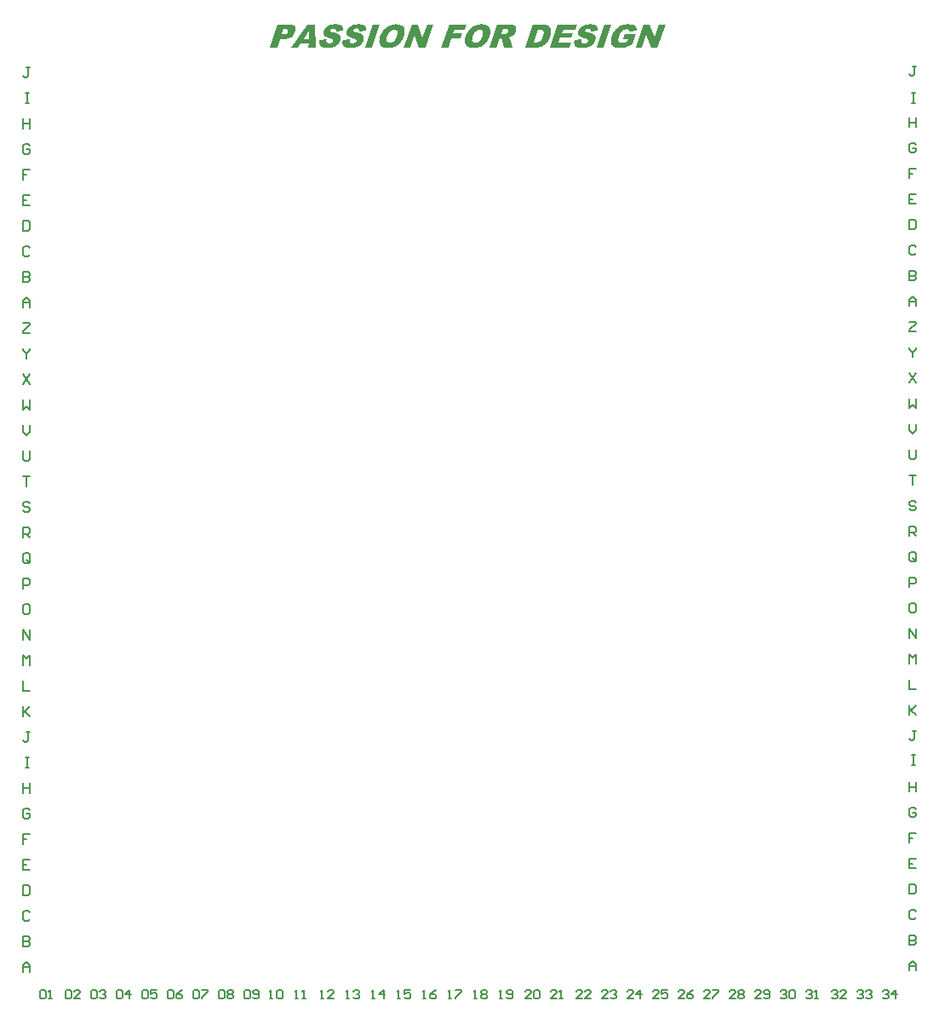
<source format=gto>
G04 Layer_Color=15132400*
%FSLAX25Y25*%
%MOIN*%
G70*
G01*
G75*
%ADD12C,0.00630*%
G36*
X551303Y773402D02*
X548515Y773402D01*
X551565Y782389D01*
X554353Y782389D01*
X551303Y773402D01*
X551303Y773402D02*
G37*
G36*
X587678Y780454D02*
X583594Y780454D01*
X583053Y778896D01*
X586546Y778896D01*
X585940Y777075D01*
X582446Y777075D01*
X581200Y773402D01*
X578412Y773402D01*
X581462Y782389D01*
X588334Y782389D01*
X587678Y780454D01*
X587678Y780454D02*
G37*
G36*
X519306Y782372D02*
X519421Y782372D01*
X519569Y782356D01*
X519880Y782307D01*
X520208Y782208D01*
X520553Y782077D01*
X520848Y781913D01*
X520979Y781798D01*
X521078Y781667D01*
X521094Y781634D01*
X521127Y781585D01*
X521143Y781536D01*
X521209Y781372D01*
X521274Y781142D01*
X521324Y780847D01*
X521324Y780503D01*
X521307Y780306D01*
X521274Y780093D01*
X521209Y779880D01*
X521143Y779634D01*
X521143Y779617D01*
X521127Y779568D01*
X521094Y779502D01*
X521061Y779404D01*
X521012Y779289D01*
X520946Y779158D01*
X520782Y778863D01*
X520569Y778518D01*
X520307Y778158D01*
X519979Y777813D01*
X519602Y777502D01*
X519585Y777502D01*
X519552Y777469D01*
X519487Y777436D01*
X519405Y777387D01*
X519306Y777321D01*
X519175Y777256D01*
X519028Y777190D01*
X518847Y777124D01*
X518667Y777059D01*
X518454Y776993D01*
X518224Y776928D01*
X517978Y776862D01*
X517716Y776813D01*
X517453Y776780D01*
X517158Y776764D01*
X516846Y776747D01*
X515321Y776747D01*
X514190Y773402D01*
X511402Y773402D01*
X514452Y782389D01*
X519208Y782389D01*
X519306Y782372D01*
X519306Y782372D02*
G37*
G36*
X529376Y773402D02*
X526457Y773402D01*
X526506Y774878D01*
X523374Y774878D01*
X522422Y773402D01*
X519585Y773402D01*
X525998Y782389D01*
X529048Y782389D01*
X529376Y773402D01*
X529376Y773402D02*
G37*
G36*
X618707Y782372D02*
X618838Y782372D01*
X619100Y782340D01*
X619396Y782307D01*
X619707Y782241D01*
X620002Y782159D01*
X620265Y782044D01*
X620298Y782028D01*
X620363Y781979D01*
X620478Y781913D01*
X620626Y781798D01*
X620773Y781667D01*
X620921Y781503D01*
X621068Y781306D01*
X621183Y781093D01*
X621200Y781060D01*
X621232Y780978D01*
X621265Y780864D01*
X621314Y780683D01*
X621364Y780470D01*
X621396Y780224D01*
X621413Y779945D01*
X621396Y779650D01*
X621396Y779634D01*
X621396Y779617D01*
X621396Y779568D01*
X621380Y779502D01*
X621364Y779338D01*
X621331Y779125D01*
X621282Y778863D01*
X621216Y778568D01*
X621134Y778256D01*
X621036Y777912D01*
X621036Y777895D01*
X621019Y777846D01*
X620986Y777780D01*
X620954Y777682D01*
X620904Y777551D01*
X620855Y777420D01*
X620708Y777092D01*
X620544Y776747D01*
X620363Y776370D01*
X620166Y776009D01*
X619937Y775681D01*
X619937Y775665D01*
X619904Y775648D01*
X619838Y775550D01*
X619707Y775402D01*
X619543Y775222D01*
X619346Y775009D01*
X619117Y774796D01*
X618854Y774566D01*
X618576Y774353D01*
X618543Y774336D01*
X618444Y774271D01*
X618297Y774172D01*
X618116Y774058D01*
X617887Y773943D01*
X617641Y773828D01*
X617378Y773713D01*
X617100Y773631D01*
X617083Y773631D01*
X617050Y773615D01*
X617001Y773615D01*
X616936Y773598D01*
X616739Y773566D01*
X616509Y773516D01*
X616230Y773467D01*
X615935Y773434D01*
X615640Y773418D01*
X615345Y773402D01*
X611228Y773402D01*
X614279Y782389D01*
X618608Y782389D01*
X618707Y782372D01*
X618707Y782372D02*
G37*
G36*
X605390Y782372D02*
X605669Y782356D01*
X605980Y782340D01*
X606292Y782290D01*
X606587Y782241D01*
X606850Y782159D01*
X606882Y782143D01*
X606948Y782110D01*
X607046Y782061D01*
X607178Y781979D01*
X607309Y781864D01*
X607456Y781716D01*
X607571Y781552D01*
X607670Y781339D01*
X607686Y781306D01*
X607702Y781241D01*
X607719Y781110D01*
X607735Y780929D01*
X607752Y780716D01*
X607719Y780470D01*
X607670Y780191D01*
X607588Y779880D01*
X607571Y779847D01*
X607538Y779748D01*
X607473Y779617D01*
X607391Y779437D01*
X607292Y779240D01*
X607145Y779027D01*
X606997Y778797D01*
X606817Y778584D01*
X606800Y778568D01*
X606735Y778502D01*
X606620Y778404D01*
X606489Y778272D01*
X606325Y778141D01*
X606112Y777994D01*
X605898Y777846D01*
X605652Y777715D01*
X605636Y777698D01*
X605570Y777682D01*
X605488Y777633D01*
X605357Y777584D01*
X605193Y777534D01*
X605013Y777469D01*
X604800Y777420D01*
X604554Y777354D01*
X604570Y777354D01*
X604619Y777321D01*
X604701Y777288D01*
X604800Y777256D01*
X604996Y777141D01*
X605095Y777092D01*
X605160Y777026D01*
X605177Y777010D01*
X605210Y776977D01*
X605242Y776928D01*
X605275Y776862D01*
X605324Y776780D01*
X605374Y776682D01*
X605439Y776550D01*
X605456Y776534D01*
X605472Y776485D01*
X605505Y776419D01*
X605538Y776354D01*
X605603Y776157D01*
X605652Y775993D01*
X606128Y773402D01*
X602979Y773402D01*
X602422Y776140D01*
X602422Y776157D01*
X602405Y776222D01*
X602372Y776321D01*
X602340Y776419D01*
X602258Y776649D01*
X602208Y776747D01*
X602143Y776829D01*
X602126Y776846D01*
X602094Y776862D01*
X602044Y776895D01*
X601979Y776944D01*
X601897Y776977D01*
X601798Y777010D01*
X601667Y777026D01*
X601536Y777042D01*
X601290Y777042D01*
X600060Y773402D01*
X597272Y773402D01*
X600322Y782389D01*
X605259Y782389D01*
X605390Y782372D01*
X605390Y782372D02*
G37*
G36*
X642011Y773402D02*
X639223Y773402D01*
X642274Y782389D01*
X645062Y782389D01*
X642011Y773402D01*
X642011Y773402D02*
G37*
G36*
X630810Y780470D02*
X626152Y780470D01*
X625660Y779043D01*
X629974Y779043D01*
X629350Y777206D01*
X625037Y777206D01*
X624447Y775435D01*
X629236Y775435D01*
X628547Y773402D01*
X620970Y773402D01*
X624020Y782389D01*
X631466Y782389D01*
X630810Y780470D01*
X630810Y780470D02*
G37*
G36*
X537314Y782520D02*
X537461Y782520D01*
X537609Y782504D01*
X537986Y782454D01*
X538380Y782372D01*
X538773Y782258D01*
X539150Y782094D01*
X539298Y781995D01*
X539446Y781880D01*
X539478Y781848D01*
X539544Y781766D01*
X539642Y781602D01*
X539757Y781388D01*
X539806Y781257D01*
X539839Y781110D01*
X539872Y780929D01*
X539888Y780749D01*
X539905Y780552D01*
X539888Y780339D01*
X539872Y780093D01*
X539823Y779847D01*
X537150Y779699D01*
X537150Y779732D01*
X537166Y779798D01*
X537166Y779912D01*
X537166Y780044D01*
X537150Y780175D01*
X537133Y780322D01*
X537084Y780470D01*
X537002Y780585D01*
X536986Y780601D01*
X536953Y780634D01*
X536904Y780667D01*
X536822Y780732D01*
X536707Y780782D01*
X536559Y780814D01*
X536395Y780847D01*
X536182Y780864D01*
X536100Y780864D01*
X536018Y780847D01*
X535903Y780831D01*
X535657Y780782D01*
X535526Y780716D01*
X535395Y780650D01*
X535378Y780634D01*
X535346Y780618D01*
X535296Y780568D01*
X535231Y780519D01*
X535083Y780355D01*
X535034Y780257D01*
X534985Y780158D01*
X534985Y780142D01*
X534968Y780126D01*
X534968Y780027D01*
X534985Y779896D01*
X535001Y779830D01*
X535050Y779765D01*
X535083Y779732D01*
X535132Y779699D01*
X535198Y779650D01*
X535313Y779601D01*
X535460Y779552D01*
X535641Y779486D01*
X535870Y779437D01*
X535887Y779437D01*
X535952Y779420D01*
X536034Y779404D01*
X536149Y779371D01*
X536280Y779338D01*
X536444Y779289D01*
X536789Y779191D01*
X537182Y779076D01*
X537560Y778928D01*
X537740Y778863D01*
X537920Y778781D01*
X538068Y778715D01*
X538199Y778633D01*
X538232Y778617D01*
X538298Y778568D01*
X538412Y778486D01*
X538544Y778371D01*
X538691Y778223D01*
X538822Y778059D01*
X538921Y777862D01*
X539003Y777649D01*
X539003Y777616D01*
X539019Y777551D01*
X539036Y777420D01*
X539052Y777256D01*
X539052Y777059D01*
X539036Y776846D01*
X539003Y776583D01*
X538921Y776321D01*
X538921Y776304D01*
X538904Y776288D01*
X538888Y776239D01*
X538872Y776173D01*
X538790Y776009D01*
X538691Y775796D01*
X538544Y775550D01*
X538363Y775271D01*
X538150Y774992D01*
X537904Y774714D01*
X537871Y774681D01*
X537773Y774599D01*
X537625Y774468D01*
X537412Y774304D01*
X537166Y774123D01*
X536871Y773943D01*
X536543Y773779D01*
X536182Y773615D01*
X536166Y773615D01*
X536133Y773598D01*
X536084Y773582D01*
X536002Y773566D01*
X535920Y773533D01*
X535805Y773500D01*
X535674Y773467D01*
X535526Y773434D01*
X535182Y773369D01*
X534804Y773303D01*
X534362Y773270D01*
X533886Y773254D01*
X533673Y773254D01*
X533525Y773270D01*
X533328Y773287D01*
X533132Y773303D01*
X532902Y773320D01*
X532672Y773369D01*
X532180Y773467D01*
X531934Y773533D01*
X531705Y773615D01*
X531492Y773713D01*
X531295Y773844D01*
X531131Y773976D01*
X531000Y774123D01*
X531000Y774140D01*
X530983Y774172D01*
X530950Y774222D01*
X530918Y774287D01*
X530885Y774369D01*
X530836Y774468D01*
X530803Y774599D01*
X530754Y774730D01*
X530688Y775058D01*
X530655Y775452D01*
X530672Y775665D01*
X530688Y775878D01*
X530721Y776124D01*
X530770Y776370D01*
X533476Y776550D01*
X533476Y776518D01*
X533460Y776436D01*
X533443Y776321D01*
X533427Y776190D01*
X533427Y776026D01*
X533427Y775862D01*
X533443Y775698D01*
X533492Y775566D01*
X533509Y775550D01*
X533542Y775484D01*
X533607Y775402D01*
X533722Y775304D01*
X533853Y775189D01*
X534034Y775107D01*
X534263Y775042D01*
X534526Y775025D01*
X534624Y775025D01*
X534739Y775042D01*
X534886Y775058D01*
X535034Y775091D01*
X535214Y775140D01*
X535378Y775206D01*
X535542Y775288D01*
X535559Y775304D01*
X535608Y775337D01*
X535690Y775402D01*
X535772Y775468D01*
X535870Y775566D01*
X535952Y775681D01*
X536034Y775812D01*
X536084Y775944D01*
X536084Y775960D01*
X536100Y776009D01*
X536116Y776075D01*
X536116Y776157D01*
X536116Y776255D01*
X536100Y776354D01*
X536067Y776468D01*
X536002Y776567D01*
X535985Y776583D01*
X535952Y776616D01*
X535887Y776665D01*
X535772Y776731D01*
X535608Y776813D01*
X535378Y776911D01*
X535247Y776960D01*
X535100Y776993D01*
X534936Y777042D01*
X534755Y777092D01*
X534739Y777092D01*
X534690Y777108D01*
X534591Y777141D01*
X534476Y777157D01*
X534345Y777206D01*
X534198Y777256D01*
X533837Y777370D01*
X533460Y777534D01*
X533099Y777715D01*
X532918Y777813D01*
X532771Y777928D01*
X532623Y778043D01*
X532508Y778174D01*
X532492Y778207D01*
X532426Y778289D01*
X532361Y778436D01*
X532279Y778650D01*
X532230Y778896D01*
X532197Y779191D01*
X532197Y779355D01*
X532230Y779519D01*
X532262Y779699D01*
X532312Y779896D01*
X532312Y779912D01*
X532328Y779929D01*
X532361Y780011D01*
X532426Y780158D01*
X532508Y780322D01*
X532623Y780519D01*
X532771Y780749D01*
X532951Y780978D01*
X533164Y781208D01*
X533197Y781241D01*
X533279Y781306D01*
X533410Y781421D01*
X533591Y781569D01*
X533804Y781716D01*
X534066Y781880D01*
X534362Y782028D01*
X534690Y782176D01*
X534706Y782176D01*
X534739Y782192D01*
X534788Y782208D01*
X534854Y782225D01*
X534952Y782258D01*
X535067Y782290D01*
X535182Y782323D01*
X535329Y782356D01*
X535493Y782389D01*
X535674Y782422D01*
X536067Y782487D01*
X536526Y782520D01*
X537035Y782536D01*
X537199Y782536D01*
X537314Y782520D01*
X537314Y782520D02*
G37*
G36*
X652114Y782520D02*
X652425Y782504D01*
X652786Y782471D01*
X653130Y782422D01*
X653458Y782356D01*
X653606Y782307D01*
X653737Y782258D01*
X653770Y782241D01*
X653852Y782208D01*
X653967Y782143D01*
X654098Y782061D01*
X654262Y781946D01*
X654410Y781798D01*
X654557Y781618D01*
X654688Y781421D01*
X654705Y781388D01*
X654738Y781323D01*
X654787Y781192D01*
X654836Y781028D01*
X654885Y780831D01*
X654918Y780585D01*
X654934Y780306D01*
X654934Y779994D01*
X652097Y779519D01*
X652097Y779535D01*
X652097Y779601D01*
X652081Y779699D01*
X652064Y779814D01*
X652032Y779929D01*
X651982Y780060D01*
X651900Y780175D01*
X651802Y780290D01*
X651786Y780306D01*
X651736Y780339D01*
X651671Y780372D01*
X651572Y780437D01*
X651441Y780486D01*
X651277Y780519D01*
X651097Y780552D01*
X650884Y780568D01*
X650802Y780568D01*
X650736Y780552D01*
X650556Y780536D01*
X650326Y780486D01*
X650064Y780421D01*
X649785Y780306D01*
X649490Y780142D01*
X649194Y779929D01*
X649162Y779896D01*
X649063Y779814D01*
X648932Y779650D01*
X648752Y779437D01*
X648571Y779158D01*
X648456Y778994D01*
X648358Y778814D01*
X648260Y778617D01*
X648161Y778404D01*
X648063Y778174D01*
X647964Y777928D01*
X647964Y777912D01*
X647948Y777862D01*
X647915Y777797D01*
X647899Y777698D01*
X647866Y777567D01*
X647833Y777436D01*
X647768Y777124D01*
X647702Y776780D01*
X647686Y776436D01*
X647718Y776108D01*
X647751Y775976D01*
X647800Y775845D01*
X647817Y775812D01*
X647866Y775747D01*
X647964Y775648D01*
X648096Y775534D01*
X648276Y775419D01*
X648506Y775320D01*
X648784Y775255D01*
X649129Y775222D01*
X649309Y775222D01*
X649424Y775238D01*
X649572Y775255D01*
X649719Y775271D01*
X650064Y775353D01*
X650080Y775353D01*
X650146Y775386D01*
X650244Y775419D01*
X650392Y775468D01*
X650556Y775517D01*
X650752Y775599D01*
X650966Y775698D01*
X651212Y775812D01*
X651490Y776665D01*
X649621Y776665D01*
X650260Y778535D01*
X654557Y778535D01*
X653245Y774697D01*
X653229Y774681D01*
X653180Y774664D01*
X653098Y774615D01*
X652999Y774566D01*
X652868Y774500D01*
X652704Y774418D01*
X652540Y774336D01*
X652360Y774238D01*
X651950Y774058D01*
X651523Y773861D01*
X651080Y773680D01*
X650670Y773549D01*
X650654Y773549D01*
X650621Y773533D01*
X650572Y773516D01*
X650490Y773500D01*
X650392Y773484D01*
X650277Y773451D01*
X650129Y773434D01*
X649982Y773402D01*
X649637Y773352D01*
X649244Y773303D01*
X648801Y773270D01*
X648325Y773254D01*
X648178Y773254D01*
X648063Y773270D01*
X647932Y773270D01*
X647768Y773287D01*
X647604Y773303D01*
X647423Y773320D01*
X647030Y773385D01*
X646620Y773484D01*
X646242Y773615D01*
X646062Y773697D01*
X645898Y773795D01*
X645882Y773795D01*
X645865Y773828D01*
X645767Y773894D01*
X645636Y774025D01*
X645472Y774205D01*
X645291Y774418D01*
X645127Y774697D01*
X644980Y775025D01*
X644881Y775402D01*
X644881Y775419D01*
X644881Y775452D01*
X644865Y775517D01*
X644865Y775599D01*
X644848Y775698D01*
X644848Y775812D01*
X644848Y775960D01*
X644848Y776124D01*
X644865Y776288D01*
X644881Y776485D01*
X644930Y776911D01*
X645029Y777387D01*
X645176Y777895D01*
X645176Y777912D01*
X645193Y777961D01*
X645226Y778043D01*
X645275Y778141D01*
X645324Y778272D01*
X645390Y778420D01*
X645455Y778584D01*
X645537Y778764D01*
X645750Y779158D01*
X645996Y779584D01*
X646292Y780011D01*
X646636Y780437D01*
X646652Y780454D01*
X646685Y780486D01*
X646734Y780536D01*
X646816Y780618D01*
X646915Y780716D01*
X647013Y780814D01*
X647144Y780929D01*
X647308Y781060D01*
X647653Y781323D01*
X648046Y781602D01*
X648506Y781864D01*
X648998Y782094D01*
X649014Y782094D01*
X649047Y782110D01*
X649112Y782143D01*
X649194Y782159D01*
X649293Y782192D01*
X649408Y782241D01*
X649555Y782274D01*
X649719Y782323D01*
X649900Y782356D01*
X650096Y782389D01*
X650310Y782438D01*
X650539Y782471D01*
X651048Y782520D01*
X651605Y782536D01*
X651966Y782536D01*
X652114Y782520D01*
X652114Y782520D02*
G37*
G36*
X637091Y782520D02*
X637239Y782520D01*
X637386Y782504D01*
X637764Y782454D01*
X638157Y782372D01*
X638551Y782258D01*
X638928Y782094D01*
X639076Y781995D01*
X639223Y781880D01*
X639256Y781848D01*
X639322Y781766D01*
X639420Y781602D01*
X639535Y781388D01*
X639584Y781257D01*
X639617Y781110D01*
X639650Y780929D01*
X639666Y780749D01*
X639682Y780552D01*
X639666Y780339D01*
X639650Y780093D01*
X639600Y779847D01*
X636927Y779699D01*
X636927Y779732D01*
X636944Y779798D01*
X636944Y779912D01*
X636944Y780044D01*
X636927Y780175D01*
X636911Y780322D01*
X636862Y780470D01*
X636780Y780585D01*
X636763Y780601D01*
X636730Y780634D01*
X636681Y780667D01*
X636599Y780732D01*
X636484Y780782D01*
X636337Y780814D01*
X636173Y780847D01*
X635960Y780864D01*
X635878Y780864D01*
X635796Y780847D01*
X635681Y780831D01*
X635435Y780782D01*
X635304Y780716D01*
X635172Y780650D01*
X635156Y780634D01*
X635123Y780618D01*
X635074Y780568D01*
X635008Y780519D01*
X634861Y780355D01*
X634812Y780257D01*
X634762Y780158D01*
X634762Y780142D01*
X634746Y780126D01*
X634746Y780027D01*
X634762Y779896D01*
X634779Y779830D01*
X634828Y779765D01*
X634861Y779732D01*
X634910Y779699D01*
X634976Y779650D01*
X635090Y779601D01*
X635238Y779552D01*
X635418Y779486D01*
X635648Y779437D01*
X635664Y779437D01*
X635730Y779420D01*
X635812Y779404D01*
X635927Y779371D01*
X636058Y779338D01*
X636222Y779289D01*
X636566Y779191D01*
X636960Y779076D01*
X637337Y778928D01*
X637518Y778863D01*
X637698Y778781D01*
X637846Y778715D01*
X637977Y778633D01*
X638010Y778617D01*
X638075Y778568D01*
X638190Y778486D01*
X638321Y778371D01*
X638469Y778223D01*
X638600Y778059D01*
X638698Y777862D01*
X638780Y777649D01*
X638780Y777616D01*
X638797Y777551D01*
X638813Y777420D01*
X638830Y777256D01*
X638830Y777059D01*
X638813Y776846D01*
X638780Y776583D01*
X638698Y776321D01*
X638698Y776304D01*
X638682Y776288D01*
X638666Y776239D01*
X638649Y776173D01*
X638567Y776009D01*
X638469Y775796D01*
X638321Y775550D01*
X638141Y775271D01*
X637928Y774992D01*
X637682Y774714D01*
X637649Y774681D01*
X637550Y774599D01*
X637403Y774468D01*
X637190Y774304D01*
X636944Y774123D01*
X636648Y773943D01*
X636320Y773779D01*
X635960Y773615D01*
X635943Y773615D01*
X635910Y773598D01*
X635861Y773582D01*
X635779Y773566D01*
X635697Y773533D01*
X635582Y773500D01*
X635451Y773467D01*
X635304Y773434D01*
X634959Y773369D01*
X634582Y773303D01*
X634139Y773270D01*
X633664Y773254D01*
X633450Y773254D01*
X633303Y773270D01*
X633106Y773287D01*
X632909Y773303D01*
X632680Y773320D01*
X632450Y773369D01*
X631958Y773467D01*
X631712Y773533D01*
X631482Y773615D01*
X631269Y773713D01*
X631072Y773844D01*
X630908Y773976D01*
X630777Y774123D01*
X630777Y774140D01*
X630761Y774172D01*
X630728Y774222D01*
X630695Y774287D01*
X630662Y774369D01*
X630613Y774468D01*
X630580Y774599D01*
X630531Y774730D01*
X630466Y775058D01*
X630433Y775452D01*
X630449Y775665D01*
X630466Y775878D01*
X630498Y776124D01*
X630548Y776370D01*
X633254Y776550D01*
X633254Y776518D01*
X633237Y776436D01*
X633221Y776321D01*
X633204Y776190D01*
X633204Y776026D01*
X633204Y775862D01*
X633221Y775698D01*
X633270Y775566D01*
X633286Y775550D01*
X633319Y775484D01*
X633385Y775402D01*
X633500Y775304D01*
X633631Y775189D01*
X633811Y775107D01*
X634041Y775042D01*
X634303Y775025D01*
X634402Y775025D01*
X634516Y775042D01*
X634664Y775058D01*
X634812Y775091D01*
X634992Y775140D01*
X635156Y775206D01*
X635320Y775288D01*
X635336Y775304D01*
X635386Y775337D01*
X635468Y775402D01*
X635550Y775468D01*
X635648Y775566D01*
X635730Y775681D01*
X635812Y775812D01*
X635861Y775944D01*
X635861Y775960D01*
X635878Y776009D01*
X635894Y776075D01*
X635894Y776157D01*
X635894Y776255D01*
X635878Y776354D01*
X635845Y776468D01*
X635779Y776567D01*
X635763Y776583D01*
X635730Y776616D01*
X635664Y776665D01*
X635550Y776731D01*
X635386Y776813D01*
X635156Y776911D01*
X635025Y776960D01*
X634877Y776993D01*
X634713Y777042D01*
X634533Y777092D01*
X634516Y777092D01*
X634467Y777108D01*
X634369Y777141D01*
X634254Y777157D01*
X634123Y777206D01*
X633975Y777256D01*
X633614Y777370D01*
X633237Y777534D01*
X632876Y777715D01*
X632696Y777813D01*
X632548Y777928D01*
X632401Y778043D01*
X632286Y778174D01*
X632270Y778207D01*
X632204Y778289D01*
X632138Y778436D01*
X632056Y778650D01*
X632007Y778896D01*
X631974Y779191D01*
X631974Y779355D01*
X632007Y779519D01*
X632040Y779699D01*
X632089Y779896D01*
X632089Y779912D01*
X632106Y779929D01*
X632138Y780011D01*
X632204Y780158D01*
X632286Y780322D01*
X632401Y780519D01*
X632548Y780749D01*
X632729Y780978D01*
X632942Y781208D01*
X632975Y781241D01*
X633057Y781306D01*
X633188Y781421D01*
X633368Y781569D01*
X633582Y781716D01*
X633844Y781880D01*
X634139Y782028D01*
X634467Y782176D01*
X634484Y782176D01*
X634516Y782192D01*
X634566Y782208D01*
X634631Y782225D01*
X634730Y782258D01*
X634844Y782290D01*
X634959Y782323D01*
X635107Y782356D01*
X635271Y782389D01*
X635451Y782422D01*
X635845Y782487D01*
X636304Y782520D01*
X636812Y782536D01*
X636976Y782536D01*
X637091Y782520D01*
X637091Y782520D02*
G37*
G36*
X546383Y782520D02*
X546530Y782520D01*
X546678Y782504D01*
X547055Y782454D01*
X547449Y782372D01*
X547842Y782258D01*
X548220Y782094D01*
X548367Y781995D01*
X548515Y781880D01*
X548548Y781848D01*
X548613Y781766D01*
X548712Y781602D01*
X548826Y781388D01*
X548876Y781257D01*
X548908Y781110D01*
X548941Y780929D01*
X548958Y780749D01*
X548974Y780552D01*
X548958Y780339D01*
X548941Y780093D01*
X548892Y779847D01*
X546219Y779699D01*
X546219Y779732D01*
X546235Y779798D01*
X546235Y779912D01*
X546235Y780044D01*
X546219Y780175D01*
X546202Y780322D01*
X546153Y780470D01*
X546071Y780585D01*
X546055Y780601D01*
X546022Y780634D01*
X545973Y780667D01*
X545891Y780732D01*
X545776Y780782D01*
X545628Y780814D01*
X545464Y780847D01*
X545251Y780864D01*
X545169Y780864D01*
X545087Y780847D01*
X544972Y780831D01*
X544726Y780782D01*
X544595Y780716D01*
X544464Y780650D01*
X544448Y780634D01*
X544415Y780618D01*
X544366Y780568D01*
X544300Y780519D01*
X544152Y780355D01*
X544103Y780257D01*
X544054Y780158D01*
X544054Y780142D01*
X544038Y780126D01*
X544038Y780027D01*
X544054Y779896D01*
X544070Y779830D01*
X544120Y779765D01*
X544152Y779732D01*
X544202Y779699D01*
X544267Y779650D01*
X544382Y779601D01*
X544530Y779552D01*
X544710Y779486D01*
X544940Y779437D01*
X544956Y779437D01*
X545022Y779420D01*
X545104Y779404D01*
X545218Y779371D01*
X545350Y779338D01*
X545514Y779289D01*
X545858Y779191D01*
X546252Y779076D01*
X546629Y778928D01*
X546809Y778863D01*
X546990Y778781D01*
X547137Y778715D01*
X547268Y778633D01*
X547301Y778617D01*
X547367Y778568D01*
X547482Y778486D01*
X547613Y778371D01*
X547760Y778223D01*
X547892Y778059D01*
X547990Y777862D01*
X548072Y777649D01*
X548072Y777616D01*
X548088Y777551D01*
X548105Y777420D01*
X548121Y777256D01*
X548121Y777059D01*
X548105Y776846D01*
X548072Y776583D01*
X547990Y776321D01*
X547990Y776304D01*
X547974Y776288D01*
X547957Y776239D01*
X547941Y776173D01*
X547859Y776009D01*
X547760Y775796D01*
X547613Y775550D01*
X547432Y775271D01*
X547219Y774992D01*
X546973Y774714D01*
X546940Y774681D01*
X546842Y774599D01*
X546694Y774468D01*
X546481Y774304D01*
X546235Y774123D01*
X545940Y773943D01*
X545612Y773779D01*
X545251Y773615D01*
X545235Y773615D01*
X545202Y773598D01*
X545153Y773582D01*
X545071Y773566D01*
X544989Y773533D01*
X544874Y773500D01*
X544743Y773467D01*
X544595Y773434D01*
X544251Y773369D01*
X543874Y773303D01*
X543431Y773270D01*
X542955Y773254D01*
X542742Y773254D01*
X542594Y773270D01*
X542398Y773287D01*
X542201Y773303D01*
X541971Y773320D01*
X541742Y773369D01*
X541250Y773467D01*
X541004Y773533D01*
X540774Y773615D01*
X540561Y773713D01*
X540364Y773844D01*
X540200Y773976D01*
X540069Y774123D01*
X540069Y774140D01*
X540052Y774172D01*
X540020Y774222D01*
X539987Y774287D01*
X539954Y774369D01*
X539905Y774468D01*
X539872Y774599D01*
X539823Y774730D01*
X539757Y775058D01*
X539724Y775452D01*
X539741Y775665D01*
X539757Y775878D01*
X539790Y776124D01*
X539839Y776370D01*
X542545Y776550D01*
X542545Y776518D01*
X542529Y776436D01*
X542512Y776321D01*
X542496Y776190D01*
X542496Y776026D01*
X542496Y775862D01*
X542512Y775698D01*
X542562Y775566D01*
X542578Y775550D01*
X542611Y775484D01*
X542676Y775402D01*
X542791Y775304D01*
X542922Y775189D01*
X543103Y775107D01*
X543332Y775042D01*
X543595Y775025D01*
X543693Y775025D01*
X543808Y775042D01*
X543956Y775058D01*
X544103Y775091D01*
X544284Y775140D01*
X544448Y775206D01*
X544612Y775288D01*
X544628Y775304D01*
X544677Y775337D01*
X544759Y775402D01*
X544841Y775468D01*
X544940Y775566D01*
X545022Y775681D01*
X545104Y775812D01*
X545153Y775944D01*
X545153Y775960D01*
X545169Y776009D01*
X545186Y776075D01*
X545186Y776157D01*
X545186Y776255D01*
X545169Y776354D01*
X545136Y776468D01*
X545071Y776567D01*
X545054Y776583D01*
X545022Y776616D01*
X544956Y776665D01*
X544841Y776731D01*
X544677Y776813D01*
X544448Y776911D01*
X544316Y776960D01*
X544169Y776993D01*
X544005Y777042D01*
X543824Y777092D01*
X543808Y777092D01*
X543759Y777108D01*
X543660Y777141D01*
X543546Y777157D01*
X543414Y777206D01*
X543267Y777256D01*
X542906Y777370D01*
X542529Y777534D01*
X542168Y777715D01*
X541988Y777813D01*
X541840Y777928D01*
X541692Y778043D01*
X541578Y778174D01*
X541561Y778207D01*
X541496Y778289D01*
X541430Y778436D01*
X541348Y778650D01*
X541299Y778896D01*
X541266Y779191D01*
X541266Y779355D01*
X541299Y779519D01*
X541332Y779699D01*
X541381Y779896D01*
X541381Y779912D01*
X541397Y779929D01*
X541430Y780011D01*
X541496Y780158D01*
X541578Y780322D01*
X541692Y780519D01*
X541840Y780749D01*
X542020Y780978D01*
X542234Y781208D01*
X542266Y781241D01*
X542348Y781306D01*
X542480Y781421D01*
X542660Y781569D01*
X542873Y781716D01*
X543136Y781880D01*
X543431Y782028D01*
X543759Y782176D01*
X543775Y782176D01*
X543808Y782192D01*
X543857Y782208D01*
X543923Y782225D01*
X544021Y782258D01*
X544136Y782290D01*
X544251Y782323D01*
X544398Y782356D01*
X544562Y782389D01*
X544743Y782422D01*
X545136Y782487D01*
X545596Y782520D01*
X546104Y782536D01*
X546268Y782536D01*
X546383Y782520D01*
X546383Y782520D02*
G37*
G36*
X663085Y773402D02*
X660461Y773402D01*
X658756Y778354D01*
X657083Y773402D01*
X654475Y773402D01*
X657526Y782389D01*
X660117Y782389D01*
X661822Y777403D01*
X663512Y782389D01*
X666136Y782389D01*
X663085Y773402D01*
X663085Y773402D02*
G37*
G36*
X572377Y773402D02*
X569753Y773402D01*
X568047Y778354D01*
X566374Y773402D01*
X563767Y773402D01*
X566817Y782389D01*
X569408Y782389D01*
X571114Y777403D01*
X572803Y782389D01*
X575427Y782389D01*
X572377Y773402D01*
X572377Y773402D02*
G37*
G36*
X561044Y782520D02*
X561225Y782504D01*
X561438Y782471D01*
X561668Y782438D01*
X561914Y782389D01*
X562160Y782323D01*
X562422Y782241D01*
X562668Y782143D01*
X562914Y782028D01*
X563160Y781880D01*
X563373Y781716D01*
X563570Y781536D01*
X563734Y781323D01*
X563750Y781306D01*
X563767Y781274D01*
X563800Y781192D01*
X563849Y781110D01*
X563898Y780978D01*
X563947Y780831D01*
X563996Y780650D01*
X564046Y780454D01*
X564078Y780224D01*
X564111Y779978D01*
X564111Y779699D01*
X564095Y779404D01*
X564062Y779076D01*
X564013Y778732D01*
X563914Y778354D01*
X563800Y777961D01*
X563800Y777944D01*
X563783Y777895D01*
X563750Y777813D01*
X563701Y777698D01*
X563652Y777567D01*
X563586Y777403D01*
X563504Y777239D01*
X563422Y777042D01*
X563226Y776632D01*
X562980Y776206D01*
X562701Y775780D01*
X562389Y775370D01*
X562373Y775353D01*
X562356Y775320D01*
X562307Y775271D01*
X562242Y775206D01*
X562160Y775124D01*
X562045Y775025D01*
X561799Y774796D01*
X561504Y774550D01*
X561159Y774287D01*
X560749Y774041D01*
X560323Y773812D01*
X560306Y773812D01*
X560274Y773795D01*
X560208Y773762D01*
X560110Y773730D01*
X559995Y773680D01*
X559864Y773631D01*
X559716Y773582D01*
X559536Y773533D01*
X559355Y773484D01*
X559142Y773434D01*
X558683Y773336D01*
X558174Y773270D01*
X557633Y773254D01*
X557387Y773254D01*
X557256Y773270D01*
X557108Y773287D01*
X556780Y773320D01*
X556403Y773369D01*
X556010Y773451D01*
X555632Y773566D01*
X555288Y773730D01*
X555272Y773730D01*
X555255Y773746D01*
X555157Y773828D01*
X555009Y773943D01*
X554845Y774107D01*
X554648Y774304D01*
X554468Y774582D01*
X554320Y774894D01*
X554189Y775255D01*
X554189Y775271D01*
X554173Y775304D01*
X554173Y775370D01*
X554156Y775452D01*
X554140Y775550D01*
X554140Y775665D01*
X554124Y775812D01*
X554124Y775976D01*
X554124Y776157D01*
X554140Y776354D01*
X554156Y776567D01*
X554189Y776813D01*
X554288Y777321D01*
X554370Y777584D01*
X554452Y777879D01*
X554468Y777912D01*
X554484Y777977D01*
X554534Y778092D01*
X554599Y778240D01*
X554681Y778420D01*
X554780Y778633D01*
X554894Y778879D01*
X555042Y779125D01*
X555190Y779404D01*
X555370Y779683D01*
X555567Y779962D01*
X555780Y780257D01*
X556010Y780536D01*
X556272Y780814D01*
X556551Y781060D01*
X556846Y781306D01*
X556862Y781323D01*
X556928Y781356D01*
X557010Y781421D01*
X557141Y781503D01*
X557289Y781585D01*
X557486Y781700D01*
X557699Y781815D01*
X557945Y781930D01*
X558207Y782044D01*
X558502Y782143D01*
X558814Y782258D01*
X559158Y782340D01*
X559519Y782422D01*
X559896Y782487D01*
X560274Y782520D01*
X560684Y782536D01*
X560897Y782536D01*
X561044Y782520D01*
X561044Y782520D02*
G37*
G36*
X594533Y782520D02*
X594714Y782504D01*
X594927Y782471D01*
X595156Y782438D01*
X595402Y782389D01*
X595648Y782323D01*
X595911Y782241D01*
X596157Y782143D01*
X596403Y782028D01*
X596649Y781880D01*
X596862Y781716D01*
X597059Y781536D01*
X597223Y781323D01*
X597239Y781306D01*
X597256Y781274D01*
X597288Y781192D01*
X597338Y781110D01*
X597387Y780978D01*
X597436Y780831D01*
X597485Y780650D01*
X597534Y780454D01*
X597567Y780224D01*
X597600Y779978D01*
X597600Y779699D01*
X597584Y779404D01*
X597551Y779076D01*
X597502Y778732D01*
X597403Y778354D01*
X597288Y777961D01*
X597288Y777944D01*
X597272Y777895D01*
X597239Y777813D01*
X597190Y777698D01*
X597141Y777567D01*
X597075Y777403D01*
X596993Y777239D01*
X596911Y777042D01*
X596714Y776632D01*
X596468Y776206D01*
X596190Y775780D01*
X595878Y775370D01*
X595862Y775353D01*
X595845Y775320D01*
X595796Y775271D01*
X595730Y775206D01*
X595648Y775124D01*
X595534Y775025D01*
X595288Y774796D01*
X594992Y774550D01*
X594648Y774287D01*
X594238Y774041D01*
X593812Y773812D01*
X593795Y773812D01*
X593762Y773795D01*
X593697Y773762D01*
X593598Y773730D01*
X593484Y773680D01*
X593352Y773631D01*
X593205Y773582D01*
X593024Y773533D01*
X592844Y773484D01*
X592631Y773434D01*
X592172Y773336D01*
X591663Y773270D01*
X591122Y773254D01*
X590876Y773254D01*
X590745Y773270D01*
X590597Y773287D01*
X590269Y773320D01*
X589892Y773369D01*
X589498Y773451D01*
X589121Y773566D01*
X588777Y773730D01*
X588760Y773730D01*
X588744Y773746D01*
X588646Y773828D01*
X588498Y773943D01*
X588334Y774107D01*
X588137Y774304D01*
X587957Y774582D01*
X587809Y774894D01*
X587678Y775255D01*
X587678Y775271D01*
X587662Y775304D01*
X587662Y775370D01*
X587645Y775452D01*
X587629Y775550D01*
X587629Y775665D01*
X587612Y775812D01*
X587612Y775976D01*
X587612Y776157D01*
X587629Y776354D01*
X587645Y776567D01*
X587678Y776813D01*
X587776Y777321D01*
X587858Y777584D01*
X587940Y777879D01*
X587957Y777912D01*
X587973Y777977D01*
X588022Y778092D01*
X588088Y778240D01*
X588170Y778420D01*
X588268Y778633D01*
X588383Y778879D01*
X588531Y779125D01*
X588678Y779404D01*
X588859Y779683D01*
X589056Y779962D01*
X589269Y780257D01*
X589498Y780536D01*
X589761Y780814D01*
X590040Y781060D01*
X590335Y781306D01*
X590351Y781323D01*
X590417Y781356D01*
X590499Y781421D01*
X590630Y781503D01*
X590778Y781585D01*
X590974Y781700D01*
X591188Y781815D01*
X591434Y781930D01*
X591696Y782044D01*
X591991Y782143D01*
X592303Y782258D01*
X592647Y782340D01*
X593008Y782422D01*
X593385Y782487D01*
X593762Y782520D01*
X594172Y782536D01*
X594386Y782536D01*
X594533Y782520D01*
X594533Y782520D02*
G37*
%LPC*%
G36*
X526703Y780044D02*
X524620Y776829D01*
X526588Y776829D01*
X526703Y780044D01*
X526703Y780044D02*
G37*
G36*
X517404Y780568D02*
X516617Y780568D01*
X515944Y778568D01*
X516748Y778568D01*
X516896Y778584D01*
X517076Y778600D01*
X517273Y778633D01*
X517470Y778682D01*
X517666Y778748D01*
X517830Y778830D01*
X517847Y778846D01*
X517896Y778879D01*
X517978Y778945D01*
X518060Y779027D01*
X518158Y779125D01*
X518257Y779256D01*
X518339Y779388D01*
X518404Y779552D01*
X518404Y779568D01*
X518421Y779617D01*
X518437Y779699D01*
X518454Y779798D01*
X518454Y779912D01*
X518454Y780044D01*
X518421Y780158D01*
X518372Y780273D01*
X518355Y780290D01*
X518339Y780322D01*
X518273Y780372D01*
X518191Y780421D01*
X518060Y780470D01*
X517896Y780519D01*
X517666Y780552D01*
X517404Y780568D01*
X517404Y780568D02*
G37*
G36*
X603717Y780568D02*
X602487Y780568D01*
X601864Y778748D01*
X603143Y778748D01*
X603225Y778764D01*
X603324Y778781D01*
X603455Y778797D01*
X603635Y778830D01*
X603832Y778863D01*
X603848Y778863D01*
X603881Y778879D01*
X603947Y778896D01*
X604012Y778912D01*
X604193Y778994D01*
X604275Y779060D01*
X604373Y779142D01*
X604390Y779158D01*
X604406Y779191D01*
X604455Y779224D01*
X604504Y779289D01*
X604619Y779453D01*
X604718Y779666D01*
X604718Y779683D01*
X604734Y779732D01*
X604750Y779814D01*
X604767Y779912D01*
X604767Y780011D01*
X604767Y780126D01*
X604734Y780224D01*
X604668Y780322D01*
X604652Y780339D01*
X604619Y780355D01*
X604570Y780404D01*
X604472Y780454D01*
X604357Y780486D01*
X604193Y780536D01*
X603980Y780552D01*
X603717Y780568D01*
X603717Y780568D02*
G37*
G36*
X559962Y780437D02*
X559880Y780437D01*
X559814Y780421D01*
X559667Y780404D01*
X559454Y780355D01*
X559208Y780290D01*
X558945Y780175D01*
X558683Y780027D01*
X558404Y779830D01*
X558371Y779798D01*
X558289Y779716D01*
X558158Y779568D01*
X557994Y779371D01*
X557896Y779240D01*
X557814Y779092D01*
X557715Y778928D01*
X557617Y778764D01*
X557502Y778568D01*
X557404Y778354D01*
X557322Y778125D01*
X557223Y777879D01*
X557223Y777862D01*
X557207Y777813D01*
X557190Y777748D01*
X557158Y777666D01*
X557125Y777551D01*
X557092Y777420D01*
X557026Y777124D01*
X556994Y776813D01*
X556961Y776485D01*
X556994Y776173D01*
X557026Y776042D01*
X557076Y775927D01*
X557092Y775894D01*
X557141Y775829D01*
X557223Y775747D01*
X557338Y775632D01*
X557502Y775517D01*
X557699Y775435D01*
X557961Y775370D01*
X558256Y775337D01*
X558338Y775337D01*
X558404Y775353D01*
X558584Y775370D01*
X558798Y775402D01*
X559044Y775484D01*
X559306Y775583D01*
X559585Y775714D01*
X559847Y775911D01*
X559880Y775944D01*
X559962Y776026D01*
X560028Y776091D01*
X560093Y776173D01*
X560175Y776272D01*
X560257Y776386D01*
X560339Y776518D01*
X560438Y776665D01*
X560536Y776846D01*
X560651Y777026D01*
X560749Y777239D01*
X560848Y777469D01*
X560946Y777715D01*
X561044Y777994D01*
X561044Y778010D01*
X561061Y778043D01*
X561077Y778108D01*
X561110Y778207D01*
X561126Y778305D01*
X561159Y778420D01*
X561225Y778699D01*
X561258Y778994D01*
X561274Y779306D01*
X561241Y779601D01*
X561208Y779732D01*
X561159Y779847D01*
X561143Y779880D01*
X561094Y779945D01*
X561012Y780027D01*
X560897Y780142D01*
X560733Y780257D01*
X560520Y780339D01*
X560274Y780404D01*
X559962Y780437D01*
X559962Y780437D02*
G37*
G36*
X593451Y780437D02*
X593369Y780437D01*
X593303Y780421D01*
X593156Y780404D01*
X592942Y780355D01*
X592696Y780290D01*
X592434Y780175D01*
X592172Y780027D01*
X591893Y779830D01*
X591860Y779798D01*
X591778Y779716D01*
X591647Y779568D01*
X591483Y779371D01*
X591384Y779240D01*
X591302Y779092D01*
X591204Y778928D01*
X591106Y778764D01*
X590991Y778568D01*
X590892Y778354D01*
X590810Y778125D01*
X590712Y777879D01*
X590712Y777862D01*
X590696Y777813D01*
X590679Y777748D01*
X590646Y777666D01*
X590614Y777551D01*
X590581Y777420D01*
X590515Y777124D01*
X590482Y776813D01*
X590450Y776485D01*
X590482Y776173D01*
X590515Y776042D01*
X590564Y775927D01*
X590581Y775894D01*
X590630Y775829D01*
X590712Y775747D01*
X590827Y775632D01*
X590991Y775517D01*
X591188Y775435D01*
X591450Y775370D01*
X591745Y775337D01*
X591827Y775337D01*
X591893Y775353D01*
X592073Y775370D01*
X592286Y775402D01*
X592532Y775484D01*
X592795Y775583D01*
X593074Y775714D01*
X593336Y775911D01*
X593369Y775944D01*
X593451Y776026D01*
X593516Y776091D01*
X593582Y776173D01*
X593664Y776272D01*
X593746Y776386D01*
X593828Y776518D01*
X593926Y776665D01*
X594025Y776846D01*
X594140Y777026D01*
X594238Y777239D01*
X594336Y777469D01*
X594435Y777715D01*
X594533Y777994D01*
X594533Y778010D01*
X594550Y778043D01*
X594566Y778108D01*
X594599Y778207D01*
X594615Y778305D01*
X594648Y778420D01*
X594714Y778699D01*
X594746Y778994D01*
X594763Y779306D01*
X594730Y779601D01*
X594697Y779732D01*
X594648Y779847D01*
X594632Y779880D01*
X594582Y779945D01*
X594500Y780027D01*
X594386Y780142D01*
X594222Y780257D01*
X594008Y780339D01*
X593762Y780404D01*
X593451Y780437D01*
X593451Y780437D02*
G37*
G36*
X617247Y780355D02*
X616362Y780355D01*
X614689Y775452D01*
X615525Y775452D01*
X615673Y775468D01*
X615870Y775468D01*
X616083Y775501D01*
X616296Y775534D01*
X616493Y775566D01*
X616673Y775632D01*
X616690Y775648D01*
X616755Y775665D01*
X616837Y775714D01*
X616936Y775796D01*
X617067Y775878D01*
X617214Y775993D01*
X617346Y776140D01*
X617493Y776304D01*
X617510Y776321D01*
X617559Y776403D01*
X617624Y776518D01*
X617723Y776682D01*
X617838Y776895D01*
X617969Y777174D01*
X618100Y777485D01*
X618231Y777862D01*
X618231Y777879D01*
X618248Y777928D01*
X618280Y777994D01*
X618297Y778092D01*
X618330Y778207D01*
X618379Y778338D01*
X618444Y778650D01*
X618494Y778961D01*
X618526Y779289D01*
X618510Y779584D01*
X618477Y779699D01*
X618428Y779814D01*
X618412Y779830D01*
X618362Y779896D01*
X618280Y779978D01*
X618149Y780093D01*
X617969Y780191D01*
X617723Y780273D01*
X617575Y780306D01*
X617428Y780339D01*
X617247Y780355D01*
X617247Y780355D02*
G37*
%LPD*%
D12*
X421201Y404116D02*
X421784Y404700D01*
X422950Y404700D01*
X423533Y404116D01*
X423533Y401784D01*
X422950Y401201D01*
X421784Y401201D01*
X421201Y401784D01*
X421201Y404116D01*
X424700Y401201D02*
X425866Y401201D01*
X425283Y401201D01*
X425283Y404700D01*
X424700Y404116D01*
X431201Y404116D02*
X431784Y404700D01*
X432950Y404700D01*
X433533Y404116D01*
X433533Y401784D01*
X432950Y401201D01*
X431784Y401201D01*
X431201Y401784D01*
X431201Y404116D01*
X437032Y401201D02*
X434700Y401201D01*
X437032Y403533D01*
X437032Y404116D01*
X436449Y404700D01*
X435283Y404700D01*
X434700Y404116D01*
X441201Y404116D02*
X441784Y404700D01*
X442950Y404700D01*
X443533Y404116D01*
X443533Y401784D01*
X442950Y401201D01*
X441784Y401201D01*
X441201Y401784D01*
X441201Y404116D01*
X444700Y404116D02*
X445283Y404700D01*
X446449Y404700D01*
X447032Y404116D01*
X447032Y403533D01*
X446449Y402950D01*
X445866Y402950D01*
X446449Y402950D01*
X447032Y402367D01*
X447032Y401784D01*
X446449Y401201D01*
X445283Y401201D01*
X444700Y401784D01*
X451201Y404116D02*
X451784Y404700D01*
X452950Y404700D01*
X453533Y404116D01*
X453533Y401784D01*
X452950Y401201D01*
X451784Y401201D01*
X451201Y401784D01*
X451201Y404116D01*
X456449Y401201D02*
X456449Y404700D01*
X454700Y402950D01*
X457032Y402950D01*
X461201Y404116D02*
X461784Y404700D01*
X462950Y404700D01*
X463533Y404116D01*
X463533Y401784D01*
X462950Y401201D01*
X461784Y401201D01*
X461201Y401784D01*
X461201Y404116D01*
X467032Y404700D02*
X464700Y404700D01*
X464700Y402950D01*
X465866Y403533D01*
X466449Y403533D01*
X467032Y402950D01*
X467032Y401784D01*
X466449Y401201D01*
X465283Y401201D01*
X464700Y401784D01*
X471201Y404116D02*
X471784Y404700D01*
X472950Y404700D01*
X473533Y404116D01*
X473533Y401784D01*
X472950Y401201D01*
X471784Y401201D01*
X471201Y401784D01*
X471201Y404116D01*
X477032Y404700D02*
X475866Y404116D01*
X474700Y402950D01*
X474700Y401784D01*
X475283Y401201D01*
X476449Y401201D01*
X477032Y401784D01*
X477032Y402367D01*
X476449Y402950D01*
X474700Y402950D01*
X481201Y404116D02*
X481784Y404700D01*
X482950Y404700D01*
X483533Y404116D01*
X483533Y401784D01*
X482950Y401201D01*
X481784Y401201D01*
X481201Y401784D01*
X481201Y404116D01*
X484700Y404700D02*
X487032Y404700D01*
X487032Y404116D01*
X484700Y401784D01*
X484700Y401201D01*
X491201Y404116D02*
X491784Y404700D01*
X492950Y404700D01*
X493533Y404116D01*
X493533Y401784D01*
X492950Y401201D01*
X491784Y401201D01*
X491201Y401784D01*
X491201Y404116D01*
X494700Y404116D02*
X495283Y404700D01*
X496449Y404700D01*
X497032Y404116D01*
X497032Y403533D01*
X496449Y402950D01*
X497032Y402367D01*
X497032Y401784D01*
X496449Y401201D01*
X495283Y401201D01*
X494700Y401784D01*
X494700Y402367D01*
X495283Y402950D01*
X494700Y403533D01*
X494700Y404116D01*
X495283Y402950D02*
X496449Y402950D01*
X501201Y404116D02*
X501784Y404700D01*
X502950Y404700D01*
X503533Y404116D01*
X503533Y401784D01*
X502950Y401201D01*
X501784Y401201D01*
X501201Y401784D01*
X501201Y404116D01*
X504700Y401784D02*
X505283Y401201D01*
X506449Y401201D01*
X507032Y401784D01*
X507032Y404116D01*
X506449Y404700D01*
X505283Y404700D01*
X504700Y404116D01*
X504700Y403533D01*
X505283Y402950D01*
X507032Y402950D01*
X511201Y401201D02*
X512367Y401201D01*
X511784Y401201D01*
X511784Y404700D01*
X511201Y404116D01*
X514116Y404116D02*
X514700Y404700D01*
X515866Y404700D01*
X516449Y404116D01*
X516449Y401784D01*
X515866Y401201D01*
X514700Y401201D01*
X514116Y401784D01*
X514116Y404116D01*
X521201Y401201D02*
X522367Y401201D01*
X521784Y401201D01*
X521784Y404700D01*
X521201Y404116D01*
X524117Y401201D02*
X525283Y401201D01*
X524700Y401201D01*
X524700Y404700D01*
X524117Y404116D01*
X531201Y401201D02*
X532367Y401201D01*
X531784Y401201D01*
X531784Y404700D01*
X531201Y404116D01*
X536449Y401201D02*
X534117Y401201D01*
X536449Y403533D01*
X536449Y404116D01*
X535866Y404700D01*
X534700Y404700D01*
X534117Y404116D01*
X541201Y401201D02*
X542367Y401201D01*
X541784Y401201D01*
X541784Y404700D01*
X541201Y404116D01*
X544116Y404116D02*
X544700Y404700D01*
X545866Y404700D01*
X546449Y404116D01*
X546449Y403533D01*
X545866Y402950D01*
X545283Y402950D01*
X545866Y402950D01*
X546449Y402367D01*
X546449Y401784D01*
X545866Y401201D01*
X544700Y401201D01*
X544116Y401784D01*
X551201Y401201D02*
X552367Y401201D01*
X551784Y401201D01*
X551784Y404700D01*
X551201Y404116D01*
X555866Y401201D02*
X555866Y404700D01*
X554116Y402950D01*
X556449Y402950D01*
X561201Y401201D02*
X562367Y401201D01*
X561784Y401201D01*
X561784Y404700D01*
X561201Y404116D01*
X566449Y404700D02*
X564116Y404700D01*
X564116Y402950D01*
X565283Y403533D01*
X565866Y403533D01*
X566449Y402950D01*
X566449Y401784D01*
X565866Y401201D01*
X564700Y401201D01*
X564116Y401784D01*
X571201Y401201D02*
X572367Y401201D01*
X571784Y401201D01*
X571784Y404700D01*
X571201Y404116D01*
X576449Y404700D02*
X575283Y404116D01*
X574117Y402950D01*
X574117Y401784D01*
X574700Y401201D01*
X575866Y401201D01*
X576449Y401784D01*
X576449Y402367D01*
X575866Y402950D01*
X574117Y402950D01*
X581201Y401201D02*
X582367Y401201D01*
X581784Y401201D01*
X581784Y404700D01*
X581201Y404116D01*
X584117Y404700D02*
X586449Y404700D01*
X586449Y404116D01*
X584117Y401784D01*
X584117Y401201D01*
X591201Y401201D02*
X592367Y401201D01*
X591784Y401201D01*
X591784Y404700D01*
X591201Y404116D01*
X594116Y404116D02*
X594700Y404700D01*
X595866Y404700D01*
X596449Y404116D01*
X596449Y403533D01*
X595866Y402950D01*
X596449Y402367D01*
X596449Y401784D01*
X595866Y401201D01*
X594700Y401201D01*
X594116Y401784D01*
X594116Y402367D01*
X594700Y402950D01*
X594116Y403533D01*
X594116Y404116D01*
X594700Y402950D02*
X595866Y402950D01*
X601201Y401201D02*
X602367Y401201D01*
X601784Y401201D01*
X601784Y404700D01*
X601201Y404116D01*
X604116Y401784D02*
X604700Y401201D01*
X605866Y401201D01*
X606449Y401784D01*
X606449Y404116D01*
X605866Y404700D01*
X604700Y404700D01*
X604116Y404116D01*
X604116Y403533D01*
X604700Y402950D01*
X606449Y402950D01*
X613533Y401201D02*
X611201Y401201D01*
X613533Y403533D01*
X613533Y404116D01*
X612950Y404700D01*
X611784Y404700D01*
X611201Y404116D01*
X614700Y404116D02*
X615283Y404700D01*
X616449Y404700D01*
X617032Y404116D01*
X617032Y401784D01*
X616449Y401201D01*
X615283Y401201D01*
X614700Y401784D01*
X614700Y404116D01*
X623533Y401201D02*
X621201Y401201D01*
X623533Y403533D01*
X623533Y404116D01*
X622950Y404700D01*
X621784Y404700D01*
X621201Y404116D01*
X624700Y401201D02*
X625866Y401201D01*
X625283Y401201D01*
X625283Y404700D01*
X624700Y404116D01*
X633533Y401201D02*
X631201Y401201D01*
X633533Y403533D01*
X633533Y404116D01*
X632950Y404700D01*
X631784Y404700D01*
X631201Y404116D01*
X637032Y401201D02*
X634700Y401201D01*
X637032Y403533D01*
X637032Y404116D01*
X636449Y404700D01*
X635283Y404700D01*
X634700Y404116D01*
X643533Y401201D02*
X641201Y401201D01*
X643533Y403533D01*
X643533Y404116D01*
X642950Y404700D01*
X641784Y404700D01*
X641201Y404116D01*
X644700Y404116D02*
X645283Y404700D01*
X646449Y404700D01*
X647032Y404116D01*
X647032Y403533D01*
X646449Y402950D01*
X645866Y402950D01*
X646449Y402950D01*
X647032Y402367D01*
X647032Y401784D01*
X646449Y401201D01*
X645283Y401201D01*
X644700Y401784D01*
X653533Y401201D02*
X651201Y401201D01*
X653533Y403533D01*
X653533Y404116D01*
X652950Y404700D01*
X651784Y404700D01*
X651201Y404116D01*
X656449Y401201D02*
X656449Y404700D01*
X654700Y402950D01*
X657032Y402950D01*
X663533Y401201D02*
X661201Y401201D01*
X663533Y403533D01*
X663533Y404116D01*
X662950Y404700D01*
X661784Y404700D01*
X661201Y404116D01*
X667032Y404700D02*
X664700Y404700D01*
X664700Y402950D01*
X665866Y403533D01*
X666449Y403533D01*
X667032Y402950D01*
X667032Y401784D01*
X666449Y401201D01*
X665283Y401201D01*
X664700Y401784D01*
X673533Y401201D02*
X671201Y401201D01*
X673533Y403533D01*
X673533Y404116D01*
X672950Y404700D01*
X671784Y404700D01*
X671201Y404116D01*
X677032Y404700D02*
X675866Y404116D01*
X674700Y402950D01*
X674700Y401784D01*
X675283Y401201D01*
X676449Y401201D01*
X677032Y401784D01*
X677032Y402367D01*
X676449Y402950D01*
X674700Y402950D01*
X683533Y401201D02*
X681201Y401201D01*
X683533Y403533D01*
X683533Y404116D01*
X682950Y404700D01*
X681784Y404700D01*
X681201Y404116D01*
X684700Y404700D02*
X687032Y404700D01*
X687032Y404116D01*
X684700Y401784D01*
X684700Y401201D01*
X693533Y401201D02*
X691201Y401201D01*
X693533Y403533D01*
X693533Y404116D01*
X692950Y404700D01*
X691784Y404700D01*
X691201Y404116D01*
X694700Y404116D02*
X695283Y404700D01*
X696449Y404700D01*
X697032Y404116D01*
X697032Y403533D01*
X696449Y402950D01*
X697032Y402367D01*
X697032Y401784D01*
X696449Y401201D01*
X695283Y401201D01*
X694700Y401784D01*
X694700Y402367D01*
X695283Y402950D01*
X694700Y403533D01*
X694700Y404116D01*
X695283Y402950D02*
X696449Y402950D01*
X703533Y401201D02*
X701201Y401201D01*
X703533Y403533D01*
X703533Y404116D01*
X702950Y404700D01*
X701784Y404700D01*
X701201Y404116D01*
X704700Y401784D02*
X705283Y401201D01*
X706449Y401201D01*
X707032Y401784D01*
X707032Y404116D01*
X706449Y404700D01*
X705283Y404700D01*
X704700Y404116D01*
X704700Y403533D01*
X705283Y402950D01*
X707032Y402950D01*
X711201Y404116D02*
X711784Y404700D01*
X712950Y404700D01*
X713533Y404116D01*
X713533Y403533D01*
X712950Y402950D01*
X712367Y402950D01*
X712950Y402950D01*
X713533Y402367D01*
X713533Y401784D01*
X712950Y401201D01*
X711784Y401201D01*
X711201Y401784D01*
X714700Y404116D02*
X715283Y404700D01*
X716449Y404700D01*
X717032Y404116D01*
X717032Y401784D01*
X716449Y401201D01*
X715283Y401201D01*
X714700Y401784D01*
X714700Y404116D01*
X721201Y404116D02*
X721784Y404700D01*
X722950Y404700D01*
X723533Y404116D01*
X723533Y403533D01*
X722950Y402950D01*
X722367Y402950D01*
X722950Y402950D01*
X723533Y402367D01*
X723533Y401784D01*
X722950Y401201D01*
X721784Y401201D01*
X721201Y401784D01*
X724700Y401201D02*
X725866Y401201D01*
X725283Y401201D01*
X725283Y404700D01*
X724700Y404116D01*
X731201Y404116D02*
X731784Y404700D01*
X732950Y404700D01*
X733533Y404116D01*
X733533Y403533D01*
X732950Y402950D01*
X732367Y402950D01*
X732950Y402950D01*
X733533Y402367D01*
X733533Y401784D01*
X732950Y401201D01*
X731784Y401201D01*
X731201Y401784D01*
X737032Y401201D02*
X734700Y401201D01*
X737032Y403533D01*
X737032Y404116D01*
X736449Y404700D01*
X735283Y404700D01*
X734700Y404116D01*
X741201Y404116D02*
X741784Y404700D01*
X742950Y404700D01*
X743533Y404116D01*
X743533Y403533D01*
X742950Y402950D01*
X742367Y402950D01*
X742950Y402950D01*
X743533Y402367D01*
X743533Y401784D01*
X742950Y401201D01*
X741784Y401201D01*
X741201Y401784D01*
X744700Y404116D02*
X745283Y404700D01*
X746449Y404700D01*
X747032Y404116D01*
X747032Y403533D01*
X746449Y402950D01*
X745866Y402950D01*
X746449Y402950D01*
X747032Y402367D01*
X747032Y401784D01*
X746449Y401201D01*
X745283Y401201D01*
X744700Y401784D01*
X751201Y404116D02*
X751784Y404700D01*
X752950Y404700D01*
X753533Y404116D01*
X753533Y403533D01*
X752950Y402950D01*
X752367Y402950D01*
X752950Y402950D01*
X753533Y402367D01*
X753533Y401784D01*
X752950Y401201D01*
X751784Y401201D01*
X751201Y401784D01*
X756449Y401201D02*
X756449Y404700D01*
X754700Y402950D01*
X757032Y402950D01*
X414701Y411701D02*
X414701Y414325D01*
X416013Y415636D01*
X417325Y414325D01*
X417325Y411701D01*
X417325Y413669D01*
X414701Y413669D01*
X414701Y425636D02*
X414701Y421701D01*
X416669Y421701D01*
X417325Y422357D01*
X417325Y423013D01*
X416669Y423669D01*
X414701Y423669D01*
X416669Y423669D01*
X417325Y424325D01*
X417325Y424980D01*
X416669Y425636D01*
X414701Y425636D01*
X417325Y434980D02*
X416669Y435637D01*
X415357Y435637D01*
X414701Y434980D01*
X414701Y432357D01*
X415357Y431701D01*
X416669Y431701D01*
X417325Y432357D01*
X414701Y445637D02*
X414701Y441701D01*
X416669Y441701D01*
X417325Y442357D01*
X417325Y444980D01*
X416669Y445637D01*
X414701Y445637D01*
X417325Y455637D02*
X414701Y455637D01*
X414701Y451701D01*
X417325Y451701D01*
X414701Y453669D02*
X416013Y453669D01*
X417325Y465636D02*
X414701Y465636D01*
X414701Y463669D01*
X416013Y463669D01*
X414701Y463669D01*
X414701Y461701D01*
X417325Y474980D02*
X416669Y475636D01*
X415357Y475636D01*
X414701Y474980D01*
X414701Y472357D01*
X415357Y471701D01*
X416669Y471701D01*
X417325Y472357D01*
X417325Y473669D01*
X416013Y473669D01*
X414701Y485637D02*
X414701Y481701D01*
X414701Y483669D01*
X417325Y483669D01*
X417325Y485637D01*
X417325Y481701D01*
X415701Y495637D02*
X417013Y495637D01*
X416357Y495637D01*
X416357Y491701D01*
X415701Y491701D01*
X417013Y491701D01*
X417325Y505637D02*
X416013Y505637D01*
X416669Y505637D01*
X416669Y502357D01*
X416013Y501701D01*
X415357Y501701D01*
X414701Y502357D01*
X414701Y515636D02*
X414701Y511701D01*
X414701Y513013D01*
X417325Y515636D01*
X415357Y513669D01*
X417325Y511701D01*
X414701Y525636D02*
X414701Y521701D01*
X417325Y521701D01*
X414701Y531701D02*
X414701Y535637D01*
X416013Y534325D01*
X417325Y535637D01*
X417325Y531701D01*
X414701Y541701D02*
X414701Y545637D01*
X417325Y541701D01*
X417325Y545637D01*
X416669Y555637D02*
X415357Y555637D01*
X414701Y554981D01*
X414701Y552357D01*
X415357Y551701D01*
X416669Y551701D01*
X417325Y552357D01*
X417325Y554981D01*
X416669Y555637D01*
X414701Y561701D02*
X414701Y565636D01*
X416669Y565636D01*
X417325Y564981D01*
X417325Y563669D01*
X416669Y563013D01*
X414701Y563013D01*
X417325Y572357D02*
X417325Y574980D01*
X416669Y575636D01*
X415357Y575636D01*
X414701Y574980D01*
X414701Y572357D01*
X415357Y571701D01*
X416669Y571701D01*
X416013Y573013D02*
X417325Y571701D01*
X416669Y571701D02*
X417325Y572357D01*
X414701Y581701D02*
X414701Y585637D01*
X416669Y585637D01*
X417325Y584980D01*
X417325Y583669D01*
X416669Y583013D01*
X414701Y583013D01*
X416013Y583013D02*
X417325Y581701D01*
X417325Y594980D02*
X416669Y595637D01*
X415357Y595637D01*
X414701Y594980D01*
X414701Y594325D01*
X415357Y593669D01*
X416669Y593669D01*
X417325Y593013D01*
X417325Y592357D01*
X416669Y591701D01*
X415357Y591701D01*
X414701Y592357D01*
X414701Y605637D02*
X417325Y605637D01*
X416013Y605637D01*
X416013Y601701D01*
X414701Y615636D02*
X414701Y612357D01*
X415357Y611701D01*
X416669Y611701D01*
X417325Y612357D01*
X417325Y615636D01*
X414701Y625636D02*
X414701Y623013D01*
X416013Y621701D01*
X417325Y623013D01*
X417325Y625636D01*
X414701Y635637D02*
X414701Y631701D01*
X416013Y633013D01*
X417325Y631701D01*
X417325Y635637D01*
X414701Y645637D02*
X417325Y641701D01*
X417325Y645637D02*
X414701Y641701D01*
X414701Y655637D02*
X414701Y654981D01*
X416013Y653669D01*
X417325Y654981D01*
X417325Y655637D01*
X416013Y653669D02*
X416013Y651701D01*
X414701Y665636D02*
X417325Y665636D01*
X417325Y664981D01*
X414701Y662357D01*
X414701Y661701D01*
X417325Y661701D01*
X414701Y671701D02*
X414701Y674325D01*
X416013Y675636D01*
X417325Y674325D01*
X417325Y671701D01*
X417325Y673669D01*
X414701Y673669D01*
X414701Y685637D02*
X414701Y681701D01*
X416669Y681701D01*
X417325Y682357D01*
X417325Y683013D01*
X416669Y683669D01*
X414701Y683669D01*
X416669Y683669D01*
X417325Y684325D01*
X417325Y684980D01*
X416669Y685637D01*
X414701Y685637D01*
X417325Y694980D02*
X416669Y695637D01*
X415357Y695637D01*
X414701Y694980D01*
X414701Y692357D01*
X415357Y691701D01*
X416669Y691701D01*
X417325Y692357D01*
X414701Y705637D02*
X414701Y701701D01*
X416669Y701701D01*
X417325Y702357D01*
X417325Y704981D01*
X416669Y705637D01*
X414701Y705637D01*
X417325Y715636D02*
X414701Y715636D01*
X414701Y711701D01*
X417325Y711701D01*
X414701Y713669D02*
X416013Y713669D01*
X417325Y725636D02*
X414701Y725636D01*
X414701Y723669D01*
X416013Y723669D01*
X414701Y723669D01*
X414701Y721701D01*
X417325Y734980D02*
X416669Y735637D01*
X415357Y735637D01*
X414701Y734980D01*
X414701Y732357D01*
X415357Y731701D01*
X416669Y731701D01*
X417325Y732357D01*
X417325Y733669D01*
X416013Y733669D01*
X414701Y745637D02*
X414701Y741701D01*
X414701Y743669D01*
X417325Y743669D01*
X417325Y745637D01*
X417325Y741701D01*
X415701Y755637D02*
X417013Y755637D01*
X416357Y755637D01*
X416357Y751701D01*
X415701Y751701D01*
X417013Y751701D01*
X417325Y765636D02*
X416013Y765636D01*
X416669Y765636D01*
X416669Y762357D01*
X416013Y761701D01*
X415357Y761701D01*
X414701Y762357D01*
X764325Y766137D02*
X763013Y766137D01*
X763669Y766137D01*
X763669Y762857D01*
X763013Y762201D01*
X762357Y762201D01*
X761701Y762857D01*
X762701Y755637D02*
X764013Y755637D01*
X763357Y755637D01*
X763357Y751701D01*
X762701Y751701D01*
X764013Y751701D01*
X761701Y746137D02*
X761701Y742201D01*
X761701Y744169D01*
X764325Y744169D01*
X764325Y746137D01*
X764325Y742201D01*
X764325Y735480D02*
X763669Y736136D01*
X762357Y736136D01*
X761701Y735480D01*
X761701Y732857D01*
X762357Y732201D01*
X763669Y732201D01*
X764325Y732857D01*
X764325Y734169D01*
X763013Y734169D01*
X764325Y726136D02*
X761701Y726136D01*
X761701Y724169D01*
X763013Y724169D01*
X761701Y724169D01*
X761701Y722201D01*
X764325Y716137D02*
X761701Y716137D01*
X761701Y712201D01*
X764325Y712201D01*
X761701Y714169D02*
X763013Y714169D01*
X761701Y706137D02*
X761701Y702201D01*
X763669Y702201D01*
X764325Y702857D01*
X764325Y705480D01*
X763669Y706137D01*
X761701Y706137D01*
X764325Y695480D02*
X763669Y696137D01*
X762357Y696137D01*
X761701Y695480D01*
X761701Y692857D01*
X762357Y692201D01*
X763669Y692201D01*
X764325Y692857D01*
X761701Y686136D02*
X761701Y682201D01*
X763669Y682201D01*
X764325Y682857D01*
X764325Y683513D01*
X763669Y684169D01*
X761701Y684169D01*
X763669Y684169D01*
X764325Y684825D01*
X764325Y685480D01*
X763669Y686136D01*
X761701Y686136D01*
X761701Y672201D02*
X761701Y674825D01*
X763013Y676136D01*
X764325Y674825D01*
X764325Y672201D01*
X764325Y674169D01*
X761701Y674169D01*
X761701Y666137D02*
X764325Y666137D01*
X764325Y665481D01*
X761701Y662857D01*
X761701Y662201D01*
X764325Y662201D01*
X761701Y656137D02*
X761701Y655480D01*
X763013Y654169D01*
X764325Y655480D01*
X764325Y656137D01*
X763013Y654169D02*
X763013Y652201D01*
X761701Y646137D02*
X764325Y642201D01*
X764325Y646137D02*
X761701Y642201D01*
X761701Y636136D02*
X761701Y632201D01*
X763013Y633513D01*
X764325Y632201D01*
X764325Y636136D01*
X761701Y626136D02*
X761701Y623513D01*
X763013Y622201D01*
X764325Y623513D01*
X764325Y626136D01*
X761701Y616137D02*
X761701Y612857D01*
X762357Y612201D01*
X763669Y612201D01*
X764325Y612857D01*
X764325Y616137D01*
X761701Y606137D02*
X764325Y606137D01*
X763013Y606137D01*
X763013Y602201D01*
X764325Y595480D02*
X763669Y596137D01*
X762357Y596137D01*
X761701Y595480D01*
X761701Y594825D01*
X762357Y594169D01*
X763669Y594169D01*
X764325Y593513D01*
X764325Y592857D01*
X763669Y592201D01*
X762357Y592201D01*
X761701Y592857D01*
X761701Y582201D02*
X761701Y586136D01*
X763669Y586136D01*
X764325Y585480D01*
X764325Y584169D01*
X763669Y583513D01*
X761701Y583513D01*
X763013Y583513D02*
X764325Y582201D01*
X764325Y572857D02*
X764325Y575481D01*
X763669Y576136D01*
X762357Y576136D01*
X761701Y575481D01*
X761701Y572857D01*
X762357Y572201D01*
X763669Y572201D01*
X763013Y573513D02*
X764325Y572201D01*
X763669Y572201D02*
X764325Y572857D01*
X761701Y562201D02*
X761701Y566137D01*
X763669Y566137D01*
X764325Y565481D01*
X764325Y564169D01*
X763669Y563513D01*
X761701Y563513D01*
X763669Y556137D02*
X762357Y556137D01*
X761701Y555480D01*
X761701Y552857D01*
X762357Y552201D01*
X763669Y552201D01*
X764325Y552857D01*
X764325Y555480D01*
X763669Y556137D01*
X761701Y542201D02*
X761701Y546137D01*
X764325Y542201D01*
X764325Y546137D01*
X761701Y532201D02*
X761701Y536136D01*
X763013Y534825D01*
X764325Y536136D01*
X764325Y532201D01*
X761701Y526136D02*
X761701Y522201D01*
X764325Y522201D01*
X761701Y516137D02*
X761701Y512201D01*
X761701Y513513D01*
X764325Y516137D01*
X762357Y514169D01*
X764325Y512201D01*
X764325Y506137D02*
X763013Y506137D01*
X763669Y506137D01*
X763669Y502857D01*
X763013Y502201D01*
X762357Y502201D01*
X761701Y502857D01*
X762701Y496636D02*
X764013Y496636D01*
X763357Y496636D01*
X763357Y492701D01*
X762701Y492701D01*
X764013Y492701D01*
X761701Y486136D02*
X761701Y482201D01*
X761701Y484169D01*
X764325Y484169D01*
X764325Y486136D01*
X764325Y482201D01*
X764325Y475481D02*
X763669Y476136D01*
X762357Y476136D01*
X761701Y475481D01*
X761701Y472857D01*
X762357Y472201D01*
X763669Y472201D01*
X764325Y472857D01*
X764325Y474169D01*
X763013Y474169D01*
X764325Y466137D02*
X761701Y466137D01*
X761701Y464169D01*
X763013Y464169D01*
X761701Y464169D01*
X761701Y462201D01*
X764325Y456137D02*
X761701Y456137D01*
X761701Y452201D01*
X764325Y452201D01*
X761701Y454169D02*
X763013Y454169D01*
X761701Y446137D02*
X761701Y442201D01*
X763669Y442201D01*
X764325Y442857D01*
X764325Y445480D01*
X763669Y446137D01*
X761701Y446137D01*
X764325Y435480D02*
X763669Y436136D01*
X762357Y436136D01*
X761701Y435480D01*
X761701Y432857D01*
X762357Y432201D01*
X763669Y432201D01*
X764325Y432857D01*
X761701Y426136D02*
X761701Y422201D01*
X763669Y422201D01*
X764325Y422857D01*
X764325Y423513D01*
X763669Y424169D01*
X761701Y424169D01*
X763669Y424169D01*
X764325Y424825D01*
X764325Y425481D01*
X763669Y426136D01*
X761701Y426136D01*
X761701Y412201D02*
X761701Y414825D01*
X763013Y416137D01*
X764325Y414825D01*
X764325Y412201D01*
X764325Y414169D01*
X761701Y414169D01*
M02*

</source>
